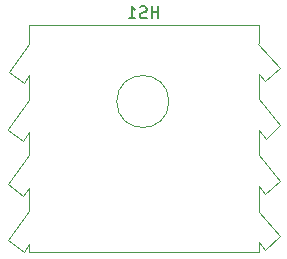
<source format=gbr>
%TF.GenerationSoftware,KiCad,Pcbnew,7.0.9*%
%TF.CreationDate,2023-11-14T16:15:09-06:00*%
%TF.ProjectId,to263-prototype,746f3236-332d-4707-926f-746f74797065,rev?*%
%TF.SameCoordinates,Original*%
%TF.FileFunction,Legend,Bot*%
%TF.FilePolarity,Positive*%
%FSLAX46Y46*%
G04 Gerber Fmt 4.6, Leading zero omitted, Abs format (unit mm)*
G04 Created by KiCad (PCBNEW 7.0.9) date 2023-11-14 16:15:09*
%MOMM*%
%LPD*%
G01*
G04 APERTURE LIST*
%ADD10C,0.150000*%
%ADD11C,0.120000*%
G04 APERTURE END LIST*
D10*
X90138094Y-56454819D02*
X90138094Y-55454819D01*
X90138094Y-55931009D02*
X89566666Y-55931009D01*
X89566666Y-56454819D02*
X89566666Y-55454819D01*
X89138094Y-56407200D02*
X88995237Y-56454819D01*
X88995237Y-56454819D02*
X88757142Y-56454819D01*
X88757142Y-56454819D02*
X88661904Y-56407200D01*
X88661904Y-56407200D02*
X88614285Y-56359580D01*
X88614285Y-56359580D02*
X88566666Y-56264342D01*
X88566666Y-56264342D02*
X88566666Y-56169104D01*
X88566666Y-56169104D02*
X88614285Y-56073866D01*
X88614285Y-56073866D02*
X88661904Y-56026247D01*
X88661904Y-56026247D02*
X88757142Y-55978628D01*
X88757142Y-55978628D02*
X88947618Y-55931009D01*
X88947618Y-55931009D02*
X89042856Y-55883390D01*
X89042856Y-55883390D02*
X89090475Y-55835771D01*
X89090475Y-55835771D02*
X89138094Y-55740533D01*
X89138094Y-55740533D02*
X89138094Y-55645295D01*
X89138094Y-55645295D02*
X89090475Y-55550057D01*
X89090475Y-55550057D02*
X89042856Y-55502438D01*
X89042856Y-55502438D02*
X88947618Y-55454819D01*
X88947618Y-55454819D02*
X88709523Y-55454819D01*
X88709523Y-55454819D02*
X88566666Y-55502438D01*
X87614285Y-56454819D02*
X88185713Y-56454819D01*
X87899999Y-56454819D02*
X87899999Y-55454819D01*
X87899999Y-55454819D02*
X87995237Y-55597676D01*
X87995237Y-55597676D02*
X88090475Y-55692914D01*
X88090475Y-55692914D02*
X88185713Y-55740533D01*
D11*
%TO.C,HS1*%
X100410000Y-74900000D02*
X98610000Y-72820000D01*
X100410000Y-70200000D02*
X98610000Y-68050000D01*
X100410000Y-65500000D02*
X98610000Y-63320000D01*
X100410000Y-60700000D02*
X98600000Y-58590000D01*
X99260000Y-66650000D02*
X100410000Y-65500000D01*
X99160000Y-76050000D02*
X100410000Y-74900000D01*
X99160000Y-71300000D02*
X100410000Y-70200000D01*
X99160000Y-61800000D02*
X100410000Y-60700000D01*
X98610000Y-76200000D02*
X98610000Y-75400000D01*
X98610000Y-75400000D02*
X99160000Y-76050000D01*
X98610000Y-72820000D02*
X98610000Y-70650000D01*
X98610000Y-70640000D02*
X99160000Y-71300000D01*
X98610000Y-68040000D02*
X98610000Y-65890000D01*
X98610000Y-65890000D02*
X99260000Y-66650000D01*
X98610000Y-63310000D02*
X98610000Y-61150000D01*
X98610000Y-61140000D02*
X99160000Y-61800000D01*
X98610000Y-58560000D02*
X98610000Y-57050000D01*
X98590000Y-57050000D02*
X79210000Y-57050000D01*
X79210000Y-72800000D02*
X77410000Y-75250000D01*
X79210000Y-70800000D02*
X79210000Y-72800000D01*
X79210000Y-68050000D02*
X77410000Y-70500000D01*
X79210000Y-66100000D02*
X79210000Y-68050000D01*
X79210000Y-63350000D02*
X77410000Y-65850000D01*
X79210000Y-61250000D02*
X79210000Y-63350000D01*
X79210000Y-58600000D02*
X77460000Y-61000000D01*
X79190000Y-76200000D02*
X98610000Y-76200000D01*
X79190000Y-75600000D02*
X79190000Y-76200000D01*
X79190000Y-57050000D02*
X79190000Y-58600000D01*
X78710000Y-76250000D02*
X79190000Y-75600000D01*
X78710000Y-61950000D02*
X79210000Y-61250000D01*
X78660000Y-71500000D02*
X79210000Y-70800000D01*
X78660000Y-66850000D02*
X79210000Y-66100000D01*
X77460000Y-61000000D02*
X78710000Y-61950000D01*
X77410000Y-75250000D02*
X78710000Y-76250000D01*
X77410000Y-70500000D02*
X78660000Y-71500000D01*
X77360000Y-65900000D02*
X78660000Y-66850000D01*
X91012272Y-63500000D02*
G75*
G03*
X91012272Y-63500000I-2202272J0D01*
G01*
%TD*%
M02*

</source>
